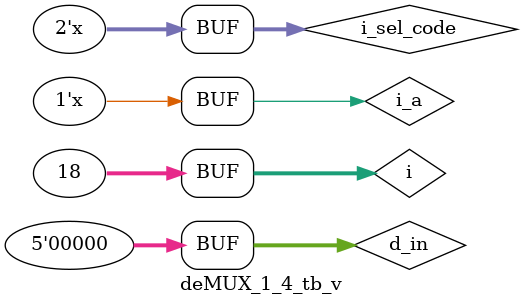
<source format=v>

`timescale 1ms/1ms


module deMUX_1_4_tb_v;
  
  reg  i_a;
  reg  [1:0] i_sel_code;
  wire [3:0] o_code;
  
  reg [4:0] d_in = 5'b00000;
  integer i;
  
  // duv port map options:
  deMUX_1_4_v duv (.i_a(i_a), .i_sel_code(i_sel_code), .o_code(o_code)); 
  
  //procedure statement
  initial begin
      
      for (i = 0 ; i < (2 ** 4) + 2; i = i + 1) begin
        #1000 i_sel_code[0] = d_in[0];
              i_sel_code[1] = d_in[1];
              i_a           = d_in[3];

        // i_sel_code[0] = d_in[1]; o_code = d_in[2]; i_d = d_in[3]; o_codes = d_in[4]; i_n_cs_0 = d_in[5]; ;
        d_in = d_in + 1;
      end
          
    end

endmodule












</source>
